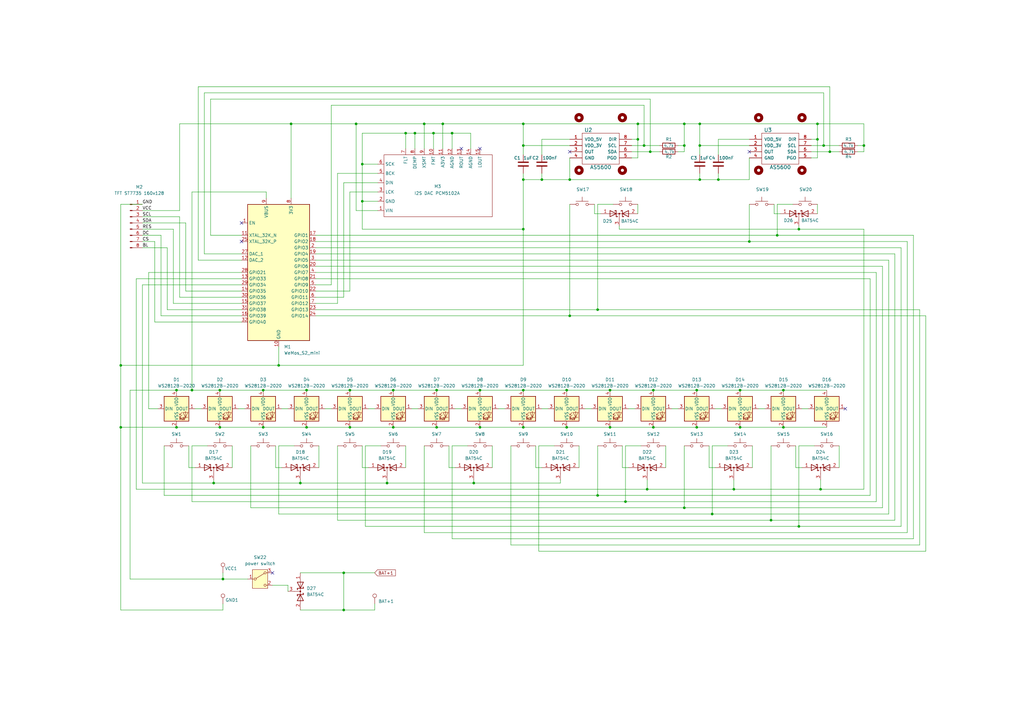
<source format=kicad_sch>
(kicad_sch (version 20231120) (generator "eeschema") (generator_version "8.0")
  (paper "A3")
  (junction (at 354.33 59.69))
  (junction (at 177.8 54.61))
  (junction (at 72.39 175.26))
  (junction (at 287.02 59.69))
  (junction (at 161.29 175.26))
  (junction (at 280.67 59.69))
  (junction (at 179.07 175.26))
  (junction (at 161.29 160.02))
  (junction (at 316.23 213.36))
  (junction (at 321.31 175.26))
  (junction (at 90.17 160.02))
  (junction (at 87.63 198.12))
  (junction (at 158.75 198.12))
  (junction (at 232.41 160.02))
  (junction (at 125.73 175.26))
  (junction (at 327.66 93.98))
  (junction (at 140.97 250.19))
  (junction (at 280.67 50.8))
  (junction (at 264.16 59.69))
  (junction (at 266.7 62.23))
  (junction (at 143.51 160.02))
  (junction (at 280.67 208.28))
  (junction (at 261.62 50.8))
  (junction (at 303.53 175.26))
  (junction (at 303.53 160.02))
  (junction (at 143.51 175.26))
  (junction (at 287.02 50.8))
  (junction (at 336.55 200.66))
  (junction (at 90.17 175.26))
  (junction (at 250.19 160.02))
  (junction (at 294.64 73.66))
  (junction (at 214.63 73.66))
  (junction (at 123.19 198.12))
  (junction (at 194.31 198.12))
  (junction (at 140.97 234.95))
  (junction (at 181.61 50.8))
  (junction (at 146.05 50.8))
  (junction (at 179.07 160.02))
  (junction (at 321.31 160.02))
  (junction (at 335.28 50.8))
  (junction (at 318.77 96.52))
  (junction (at 214.63 50.8))
  (junction (at 267.97 160.02))
  (junction (at 285.75 175.26))
  (junction (at 49.53 175.26))
  (junction (at 245.11 203.2))
  (junction (at 78.74 160.02))
  (junction (at 340.36 62.23))
  (junction (at 214.63 59.69))
  (junction (at 107.95 160.02))
  (junction (at 148.59 67.31))
  (junction (at 267.97 175.26))
  (junction (at 300.99 200.66))
  (junction (at 245.11 127))
  (junction (at 256.54 205.74))
  (junction (at 232.41 175.26))
  (junction (at 49.53 149.86))
  (junction (at 222.25 73.66))
  (junction (at 119.38 50.8))
  (junction (at 196.85 160.02))
  (junction (at 185.42 54.61))
  (junction (at 292.1 210.82))
  (junction (at 307.34 99.06))
  (junction (at 250.19 175.26))
  (junction (at 214.63 160.02))
  (junction (at 107.95 175.26))
  (junction (at 72.39 160.02))
  (junction (at 287.02 73.66))
  (junction (at 214.63 93.98))
  (junction (at 173.99 50.8))
  (junction (at 337.82 59.69))
  (junction (at 233.68 129.54))
  (junction (at 335.28 57.15))
  (junction (at 114.3 149.86))
  (junction (at 170.18 54.61))
  (junction (at 233.68 73.66))
  (junction (at 148.59 82.55))
  (junction (at 261.62 57.15))
  (junction (at 91.44 237.49))
  (junction (at 196.85 175.26))
  (junction (at 265.43 200.66))
  (junction (at 166.37 54.61))
  (junction (at 214.63 175.26))
  (junction (at 327.66 215.9))
  (junction (at 125.73 160.02))
  (junction (at 285.75 160.02))
  (no_connect (at 99.06 91.44))
  (no_connect (at 307.34 62.23))
  (no_connect (at 196.85 60.96))
  (no_connect (at 233.68 62.23))
  (no_connect (at 99.06 99.06))
  (no_connect (at 346.71 167.64))
  (no_connect (at 189.23 60.96))
  (no_connect (at 111.76 234.95))
  (wire (pts (xy 146.05 50.8) (xy 146.05 86.36)))
  (wire (pts (xy 290.83 182.88) (xy 290.83 191.77)))
  (wire (pts (xy 325.12 83.82) (xy 318.77 83.82)))
  (wire (pts (xy 140.97 250.19) (xy 153.67 250.19)))
  (wire (pts (xy 101.6 237.49) (xy 91.44 237.49)))
  (wire (pts (xy 177.8 60.96) (xy 177.8 54.61)))
  (wire (pts (xy 266.7 40.64) (xy 266.7 62.23)))
  (wire (pts (xy 114.3 182.88) (xy 114.3 210.82)))
  (wire (pts (xy 287.02 59.69) (xy 307.34 59.69)))
  (wire (pts (xy 219.71 182.88) (xy 219.71 191.77)))
  (wire (pts (xy 259.08 59.69) (xy 264.16 59.69)))
  (wire (pts (xy 135.89 43.18) (xy 264.16 43.18)))
  (wire (pts (xy 327.66 93.98) (xy 327.66 92.71)))
  (wire (pts (xy 335.28 57.15) (xy 335.28 64.77)))
  (wire (pts (xy 76.2 119.38) (xy 99.06 119.38)))
  (wire (pts (xy 214.63 149.86) (xy 114.3 149.86)))
  (wire (pts (xy 60.96 167.64) (xy 64.77 167.64)))
  (wire (pts (xy 379.73 129.54) (xy 379.73 226.06)))
  (wire (pts (xy 214.63 59.69) (xy 233.68 59.69)))
  (wire (pts (xy 243.84 87.63) (xy 246.38 87.63)))
  (wire (pts (xy 194.31 198.12) (xy 194.31 196.85)))
  (wire (pts (xy 95.25 182.88) (xy 95.25 191.77)))
  (wire (pts (xy 327.66 93.98) (xy 354.33 93.98)))
  (wire (pts (xy 58.42 83.82) (xy 49.53 83.82)))
  (wire (pts (xy 317.5 83.82) (xy 317.5 87.63)))
  (wire (pts (xy 307.34 64.77) (xy 307.34 73.66)))
  (wire (pts (xy 148.59 67.31) (xy 154.94 67.31)))
  (wire (pts (xy 196.85 175.26) (xy 214.63 175.26)))
  (wire (pts (xy 261.62 50.8) (xy 261.62 57.15)))
  (wire (pts (xy 58.42 91.44) (xy 76.2 91.44)))
  (wire (pts (xy 233.68 83.82) (xy 233.68 129.54)))
  (wire (pts (xy 327.66 182.88) (xy 327.66 215.9)))
  (wire (pts (xy 179.07 175.26) (xy 196.85 175.26)))
  (wire (pts (xy 58.42 198.12) (xy 58.42 116.84)))
  (wire (pts (xy 186.69 167.64) (xy 189.23 167.64)))
  (wire (pts (xy 181.61 50.8) (xy 181.61 60.96)))
  (wire (pts (xy 87.63 198.12) (xy 87.63 196.85)))
  (wire (pts (xy 77.47 191.77) (xy 77.47 182.88)))
  (wire (pts (xy 143.51 119.38) (xy 129.54 119.38)))
  (wire (pts (xy 321.31 160.02) (xy 339.09 160.02)))
  (wire (pts (xy 166.37 60.96) (xy 166.37 54.61)))
  (wire (pts (xy 78.74 182.88) (xy 85.09 182.88)))
  (wire (pts (xy 83.82 38.1) (xy 83.82 104.14)))
  (wire (pts (xy 214.63 50.8) (xy 214.63 59.69)))
  (wire (pts (xy 335.28 83.82) (xy 335.28 87.63)))
  (wire (pts (xy 264.16 43.18) (xy 264.16 59.69)))
  (wire (pts (xy 129.54 129.54) (xy 233.68 129.54)))
  (wire (pts (xy 327.66 215.9) (xy 369.57 215.9)))
  (wire (pts (xy 138.43 71.12) (xy 154.94 71.12)))
  (wire (pts (xy 99.06 111.76) (xy 60.96 111.76)))
  (wire (pts (xy 151.13 167.64) (xy 153.67 167.64)))
  (wire (pts (xy 184.15 182.88) (xy 184.15 191.77)))
  (wire (pts (xy 307.34 99.06) (xy 372.11 99.06)))
  (wire (pts (xy 173.99 218.44) (xy 173.99 182.88)))
  (wire (pts (xy 87.63 198.12) (xy 58.42 198.12)))
  (wire (pts (xy 232.41 160.02) (xy 250.19 160.02)))
  (wire (pts (xy 261.62 57.15) (xy 261.62 64.77)))
  (wire (pts (xy 227.33 182.88) (xy 220.98 182.88)))
  (wire (pts (xy 354.33 59.69) (xy 354.33 50.8)))
  (wire (pts (xy 119.38 50.8) (xy 146.05 50.8)))
  (wire (pts (xy 222.25 73.66) (xy 214.63 73.66)))
  (wire (pts (xy 232.41 175.26) (xy 250.19 175.26)))
  (wire (pts (xy 49.53 149.86) (xy 114.3 149.86)))
  (wire (pts (xy 115.57 167.64) (xy 118.11 167.64)))
  (wire (pts (xy 55.88 200.66) (xy 265.43 200.66)))
  (wire (pts (xy 109.22 78.74) (xy 109.22 81.28)))
  (wire (pts (xy 250.19 160.02) (xy 267.97 160.02)))
  (wire (pts (xy 280.67 208.28) (xy 361.95 208.28)))
  (wire (pts (xy 280.67 182.88) (xy 280.67 208.28)))
  (wire (pts (xy 265.43 200.66) (xy 300.99 200.66)))
  (wire (pts (xy 233.68 73.66) (xy 287.02 73.66)))
  (wire (pts (xy 58.42 99.06) (xy 63.5 99.06)))
  (wire (pts (xy 83.82 38.1) (xy 337.82 38.1)))
  (wire (pts (xy 87.63 198.12) (xy 123.19 198.12)))
  (wire (pts (xy 326.39 191.77) (xy 328.93 191.77)))
  (wire (pts (xy 267.97 160.02) (xy 285.75 160.02)))
  (wire (pts (xy 58.42 93.98) (xy 71.12 93.98)))
  (wire (pts (xy 222.25 57.15) (xy 222.25 63.5)))
  (wire (pts (xy 148.59 82.55) (xy 154.94 82.55)))
  (wire (pts (xy 91.44 237.49) (xy 53.34 237.49)))
  (wire (pts (xy 372.11 99.06) (xy 372.11 218.44)))
  (wire (pts (xy 158.75 198.12) (xy 158.75 196.85)))
  (wire (pts (xy 143.51 160.02) (xy 161.29 160.02)))
  (wire (pts (xy 49.53 83.82) (xy 49.53 149.86)))
  (wire (pts (xy 307.34 73.66) (xy 294.64 73.66)))
  (wire (pts (xy 237.49 182.88) (xy 237.49 191.77)))
  (wire (pts (xy 262.89 182.88) (xy 256.54 182.88)))
  (wire (pts (xy 332.74 57.15) (xy 335.28 57.15)))
  (wire (pts (xy 67.31 182.88) (xy 67.31 203.2)))
  (wire (pts (xy 245.11 182.88) (xy 245.11 203.2)))
  (wire (pts (xy 129.54 109.22) (xy 361.95 109.22)))
  (wire (pts (xy 125.73 175.26) (xy 143.51 175.26)))
  (wire (pts (xy 316.23 182.88) (xy 316.23 213.36)))
  (wire (pts (xy 300.99 196.85) (xy 300.99 200.66)))
  (wire (pts (xy 78.74 78.74) (xy 109.22 78.74)))
  (wire (pts (xy 185.42 182.88) (xy 191.77 182.88)))
  (wire (pts (xy 129.54 106.68) (xy 364.49 106.68)))
  (wire (pts (xy 125.73 160.02) (xy 143.51 160.02)))
  (wire (pts (xy 78.74 182.88) (xy 78.74 205.74)))
  (wire (pts (xy 318.77 96.52) (xy 374.65 96.52)))
  (wire (pts (xy 53.34 237.49) (xy 53.34 160.02)))
  (wire (pts (xy 273.05 182.88) (xy 273.05 191.77)))
  (wire (pts (xy 73.66 121.92) (xy 73.66 88.9)))
  (wire (pts (xy 72.39 175.26) (xy 90.17 175.26)))
  (wire (pts (xy 332.74 64.77) (xy 335.28 64.77)))
  (wire (pts (xy 49.53 149.86) (xy 49.53 175.26)))
  (wire (pts (xy 214.63 73.66) (xy 214.63 93.98)))
  (wire (pts (xy 351.79 62.23) (xy 354.33 62.23)))
  (wire (pts (xy 359.41 205.74) (xy 359.41 111.76)))
  (wire (pts (xy 118.11 242.57) (xy 118.11 240.03)))
  (wire (pts (xy 115.57 191.77) (xy 113.03 191.77)))
  (wire (pts (xy 135.89 43.18) (xy 135.89 116.84)))
  (wire (pts (xy 81.28 35.56) (xy 81.28 106.68)))
  (wire (pts (xy 63.5 99.06) (xy 63.5 132.08)))
  (wire (pts (xy 287.02 50.8) (xy 335.28 50.8)))
  (wire (pts (xy 229.87 196.85) (xy 229.87 198.12)))
  (wire (pts (xy 173.99 50.8) (xy 181.61 50.8)))
  (wire (pts (xy 81.28 35.56) (xy 340.36 35.56)))
  (wire (pts (xy 280.67 50.8) (xy 287.02 50.8)))
  (wire (pts (xy 340.36 62.23) (xy 344.17 62.23)))
  (wire (pts (xy 114.3 182.88) (xy 120.65 182.88)))
  (wire (pts (xy 340.36 35.56) (xy 340.36 62.23)))
  (wire (pts (xy 161.29 160.02) (xy 179.07 160.02)))
  (wire (pts (xy 332.74 59.69) (xy 337.82 59.69)))
  (wire (pts (xy 278.13 62.23) (xy 280.67 62.23)))
  (wire (pts (xy 222.25 167.64) (xy 224.79 167.64)))
  (wire (pts (xy 72.39 160.02) (xy 78.74 160.02)))
  (wire (pts (xy 68.58 127) (xy 68.58 101.6)))
  (wire (pts (xy 138.43 213.36) (xy 316.23 213.36)))
  (wire (pts (xy 290.83 191.77) (xy 293.37 191.77)))
  (wire (pts (xy 335.28 50.8) (xy 335.28 57.15)))
  (wire (pts (xy 53.34 160.02) (xy 72.39 160.02)))
  (wire (pts (xy 214.63 93.98) (xy 214.63 149.86)))
  (wire (pts (xy 307.34 83.82) (xy 307.34 99.06)))
  (wire (pts (xy 90.17 160.02) (xy 107.95 160.02)))
  (wire (pts (xy 184.15 191.77) (xy 186.69 191.77)))
  (wire (pts (xy 73.66 121.92) (xy 99.06 121.92)))
  (wire (pts (xy 185.42 220.98) (xy 374.65 220.98)))
  (wire (pts (xy 214.63 71.12) (xy 214.63 73.66)))
  (wire (pts (xy 278.13 59.69) (xy 280.67 59.69)))
  (wire (pts (xy 259.08 64.77) (xy 261.62 64.77)))
  (wire (pts (xy 67.31 203.2) (xy 245.11 203.2)))
  (wire (pts (xy 133.35 167.64) (xy 135.89 167.64)))
  (wire (pts (xy 49.53 250.19) (xy 91.44 250.19)))
  (wire (pts (xy 107.95 175.26) (xy 125.73 175.26)))
  (wire (pts (xy 123.19 250.19) (xy 140.97 250.19)))
  (wire (pts (xy 66.04 129.54) (xy 99.06 129.54)))
  (wire (pts (xy 214.63 50.8) (xy 261.62 50.8)))
  (wire (pts (xy 245.11 127) (xy 377.19 127)))
  (wire (pts (xy 287.02 50.8) (xy 287.02 59.69)))
  (wire (pts (xy 222.25 73.66) (xy 233.68 73.66)))
  (wire (pts (xy 336.55 196.85) (xy 336.55 200.66)))
  (wire (pts (xy 229.87 198.12) (xy 194.31 198.12)))
  (wire (pts (xy 250.19 175.26) (xy 267.97 175.26)))
  (wire (pts (xy 287.02 73.66) (xy 287.02 71.12)))
  (wire (pts (xy 328.93 167.64) (xy 331.47 167.64)))
  (wire (pts (xy 129.54 104.14) (xy 367.03 104.14)))
  (wire (pts (xy 49.53 175.26) (xy 49.53 250.19)))
  (wire (pts (xy 102.87 208.28) (xy 102.87 182.88)))
  (wire (pts (xy 220.98 226.06) (xy 220.98 182.88)))
  (wire (pts (xy 55.88 114.3) (xy 55.88 200.66)))
  (wire (pts (xy 261.62 83.82) (xy 261.62 87.63)))
  (wire (pts (xy 256.54 182.88) (xy 256.54 205.74)))
  (wire (pts (xy 354.33 62.23) (xy 354.33 59.69)))
  (wire (pts (xy 80.01 167.64) (xy 82.55 167.64)))
  (wire (pts (xy 83.82 104.14) (xy 99.06 104.14)))
  (wire (pts (xy 58.42 116.84) (xy 99.06 116.84)))
  (wire (pts (xy 300.99 200.66) (xy 336.55 200.66)))
  (wire (pts (xy 140.97 234.95) (xy 153.67 234.95)))
  (wire (pts (xy 364.49 210.82) (xy 364.49 106.68)))
  (wire (pts (xy 285.75 160.02) (xy 303.53 160.02)))
  (wire (pts (xy 138.43 213.36) (xy 138.43 182.88)))
  (wire (pts (xy 294.64 73.66) (xy 294.64 71.12)))
  (wire (pts (xy 140.97 234.95) (xy 140.97 250.19)))
  (wire (pts (xy 80.01 191.77) (xy 77.47 191.77)))
  (wire (pts (xy 185.42 182.88) (xy 185.42 220.98)))
  (wire (pts (xy 166.37 54.61) (xy 170.18 54.61)))
  (wire (pts (xy 344.17 182.88) (xy 344.17 191.77)))
  (wire (pts (xy 280.67 62.23) (xy 280.67 59.69)))
  (wire (pts (xy 336.55 200.66) (xy 354.33 200.66)))
  (wire (pts (xy 379.73 226.06) (xy 220.98 226.06)))
  (wire (pts (xy 158.75 198.12) (xy 194.31 198.12)))
  (wire (pts (xy 86.36 40.64) (xy 86.36 96.52)))
  (wire (pts (xy 78.74 78.74) (xy 78.74 160.02)))
  (wire (pts (xy 173.99 218.44) (xy 372.11 218.44)))
  (wire (pts (xy 251.46 83.82) (xy 245.11 83.82)))
  (wire (pts (xy 90.17 175.26) (xy 107.95 175.26)))
  (wire (pts (xy 119.38 50.8) (xy 119.38 81.28)))
  (wire (pts (xy 143.51 175.26) (xy 161.29 175.26)))
  (wire (pts (xy 321.31 175.26) (xy 339.09 175.26)))
  (wire (pts (xy 337.82 59.69) (xy 344.17 59.69)))
  (wire (pts (xy 377.19 223.52) (xy 209.55 223.52)))
  (wire (pts (xy 148.59 82.55) (xy 148.59 93.98)))
  (wire (pts (xy 170.18 54.61) (xy 177.8 54.61)))
  (wire (pts (xy 303.53 160.02) (xy 321.31 160.02)))
  (wire (pts (xy 334.01 182.88) (xy 327.66 182.88)))
  (wire (pts (xy 292.1 210.82) (xy 364.49 210.82)))
  (wire (pts (xy 259.08 57.15) (xy 261.62 57.15)))
  (wire (pts (xy 123.19 234.95) (xy 140.97 234.95)))
  (wire (pts (xy 337.82 38.1) (xy 337.82 59.69)))
  (wire (pts (xy 148.59 182.88) (xy 148.59 191.77)))
  (wire (pts (xy 335.28 50.8) (xy 354.33 50.8)))
  (wire (pts (xy 102.87 208.28) (xy 280.67 208.28)))
  (wire (pts (xy 367.03 104.14) (xy 367.03 213.36)))
  (wire (pts (xy 374.65 220.98) (xy 374.65 96.52)))
  (wire (pts (xy 287.02 63.5) (xy 287.02 59.69)))
  (wire (pts (xy 114.3 210.82) (xy 292.1 210.82)))
  (wire (pts (xy 140.97 74.93) (xy 154.94 74.93)))
  (wire (pts (xy 377.19 127) (xy 377.19 223.52)))
  (wire (pts (xy 86.36 40.64) (xy 266.7 40.64)))
  (wire (pts (xy 129.54 127) (xy 245.11 127)))
  (wire (pts (xy 266.7 62.23) (xy 259.08 62.23)))
  (wire (pts (xy 318.77 96.52) (xy 129.54 96.52)))
  (wire (pts (xy 148.59 191.77) (xy 151.13 191.77)))
  (wire (pts (xy 292.1 182.88) (xy 292.1 210.82)))
  (wire (pts (xy 354.33 200.66) (xy 354.33 93.98)))
  (wire (pts (xy 148.59 93.98) (xy 214.63 93.98)))
  (wire (pts (xy 49.53 175.26) (xy 72.39 175.26)))
  (wire (pts (xy 123.19 198.12) (xy 158.75 198.12)))
  (wire (pts (xy 308.61 182.88) (xy 308.61 191.77)))
  (wire (pts (xy 78.74 205.74) (xy 256.54 205.74)))
  (wire (pts (xy 201.93 182.88) (xy 201.93 191.77)))
  (wire (pts (xy 280.67 59.69) (xy 280.67 50.8)))
  (wire (pts (xy 143.51 78.74) (xy 154.94 78.74)))
  (wire (pts (xy 233.68 129.54) (xy 379.73 129.54)))
  (wire (pts (xy 256.54 205.74) (xy 359.41 205.74)))
  (wire (pts (xy 222.25 57.15) (xy 233.68 57.15)))
  (wire (pts (xy 233.68 64.77) (xy 233.68 73.66)))
  (wire (pts (xy 293.37 167.64) (xy 295.91 167.64)))
  (wire (pts (xy 214.63 63.5) (xy 214.63 59.69)))
  (wire (pts (xy 303.53 175.26) (xy 321.31 175.26)))
  (wire (pts (xy 146.05 86.36) (xy 154.94 86.36)))
  (wire (pts (xy 143.51 78.74) (xy 143.51 119.38)))
  (wire (pts (xy 153.67 247.65) (xy 153.67 250.19)))
  (wire (pts (xy 63.5 132.08) (xy 99.06 132.08)))
  (wire (pts (xy 149.86 182.88) (xy 149.86 215.9)))
  (wire (pts (xy 68.58 101.6) (xy 58.42 101.6)))
  (wire (pts (xy 287.02 73.66) (xy 294.64 73.66)))
  (wire (pts (xy 219.71 191.77) (xy 222.25 191.77)))
  (wire (pts (xy 254 93.98) (xy 327.66 93.98)))
  (wire (pts (xy 130.81 182.88) (xy 130.81 191.77)))
  (wire (pts (xy 356.87 114.3) (xy 356.87 203.2)))
  (wire (pts (xy 129.54 99.06) (xy 307.34 99.06)))
  (wire (pts (xy 166.37 182.88) (xy 166.37 191.77)))
  (wire (pts (xy 99.06 127) (xy 68.58 127)))
  (wire (pts (xy 255.27 191.77) (xy 257.81 191.77)))
  (wire (pts (xy 73.66 88.9) (xy 58.42 88.9)))
  (wire (pts (xy 73.66 50.8) (xy 119.38 50.8)))
  (wire (pts (xy 222.25 73.66) (xy 222.25 71.12)))
  (wire (pts (xy 138.43 71.12) (xy 138.43 124.46)))
  (wire (pts (xy 255.27 182.88) (xy 255.27 191.77)))
  (wire (pts (xy 298.45 182.88) (xy 292.1 182.88)))
  (wire (pts (xy 316.23 213.36) (xy 367.03 213.36)))
  (wire (pts (xy 285.75 175.26) (xy 303.53 175.26)))
  (wire (pts (xy 173.99 50.8) (xy 173.99 60.96)))
  (wire (pts (xy 214.63 160.02) (xy 232.41 160.02)))
  (wire (pts (xy 129.54 101.6) (xy 369.57 101.6)))
  (wire (pts (xy 148.59 54.61) (xy 148.59 67.31)))
  (wire (pts (xy 265.43 196.85) (xy 265.43 200.66)))
  (wire (pts (xy 193.04 60.96) (xy 193.04 54.61)))
  (wire (pts (xy 156.21 182.88) (xy 149.86 182.88)))
  (wire (pts (xy 318.77 83.82) (xy 318.77 96.52)))
  (wire (pts (xy 257.81 167.64) (xy 260.35 167.64)))
  (wire (pts (xy 140.97 121.92) (xy 129.54 121.92)))
  (wire (pts (xy 185.42 60.96) (xy 185.42 54.61)))
  (wire (pts (xy 76.2 91.44) (xy 76.2 119.38)))
  (wire (pts (xy 149.86 215.9) (xy 327.66 215.9)))
  (wire (pts (xy 123.19 198.12) (xy 123.19 196.85)))
  (wire (pts (xy 86.36 96.52) (xy 99.06 96.52)))
  (wire (pts (xy 193.04 54.61) (xy 185.42 54.61)))
  (wire (pts (xy 161.29 175.26) (xy 179.07 175.26)))
  (wire (pts (xy 326.39 182.88) (xy 326.39 191.77)))
  (wire (pts (xy 118.11 240.03) (xy 111.76 240.03)))
  (wire (pts (xy 317.5 87.63) (xy 320.04 87.63)))
  (wire (pts (xy 245.11 83.82) (xy 245.11 127)))
  (wire (pts (xy 245.11 203.2) (xy 356.87 203.2)))
  (wire (pts (xy 214.63 175.26) (xy 232.41 175.26)))
  (wire (pts (xy 179.07 160.02) (xy 196.85 160.02)))
  (wire (pts (xy 60.96 111.76) (xy 60.96 167.64)))
  (wire (pts (xy 58.42 96.52) (xy 66.04 96.52)))
  (wire (pts (xy 254 92.71) (xy 254 93.98)))
  (wire (pts (xy 332.74 62.23) (xy 340.36 62.23)))
  (wire (pts (xy 351.79 59.69) (xy 354.33 59.69)))
  (wire (pts (xy 168.91 167.64) (xy 171.45 167.64)))
  (wire (pts (xy 267.97 175.26) (xy 285.75 175.26)))
  (wire (pts (xy 91.44 237.49) (xy 91.44 234.95)))
  (wire (pts (xy 294.64 57.15) (xy 307.34 57.15)))
  (wire (pts (xy 185.42 54.61) (xy 177.8 54.61)))
  (wire (pts (xy 99.06 114.3) (xy 55.88 114.3)))
  (wire (pts (xy 81.28 106.68) (xy 99.06 106.68)))
  (wire (pts (xy 148.59 67.31) (xy 148.59 82.55)))
  (wire (pts (xy 204.47 167.64) (xy 207.01 167.64)))
  (wire (pts (xy 91.44 247.65) (xy 91.44 250.19)))
  (wire (pts (xy 170.18 60.96) (xy 170.18 54.61)))
  (wire (pts (xy 146.05 50.8) (xy 173.99 50.8)))
  (wire (pts (xy 107.95 160.02) (xy 125.73 160.02)))
  (wire (pts (xy 243.84 83.82) (xy 243.84 87.63)))
  (wire (pts (xy 138.43 124.46) (xy 129.54 124.46)))
  (wire (pts (xy 113.03 191.77) (xy 113.03 182.88)))
  (wire (pts (xy 240.03 167.64) (xy 242.57 167.64)))
  (wire (pts (xy 73.66 86.36) (xy 58.42 86.36)))
  (wire (pts (xy 359.41 111.76) (xy 129.54 111.76)))
  (wire (pts (xy 71.12 124.46) (xy 99.06 124.46)))
  (wire (pts (xy 181.61 50.8) (xy 214.63 50.8)))
  (wire (pts (xy 294.64 57.15) (xy 294.64 63.5)))
  (wire (pts (xy 71.12 93.98) (xy 71.12 124.46)))
  (wire (pts (xy 311.15 167.64) (xy 313.69 167.64)))
  (wire (pts (xy 270.51 62.23) (xy 266.7 62.23)))
  (wire (pts (xy 369.57 215.9) (xy 369.57 101.6)))
  (wire (pts (xy 78.74 160.02) (xy 90.17 160.02)))
  (wire (pts (xy 361.95 109.22) (xy 361.95 208.28)))
  (wire (pts (xy 73.66 50.8) (xy 73.66 86.36)))
  (wire (pts (xy 261.62 50.8) (xy 280.67 50.8)))
  (wire (pts (xy 97.79 167.64) (xy 100.33 167.64)))
  (wire (pts (xy 264.16 59.69) (xy 270.51 59.69)))
  (wire (pts (xy 114.3 149.86) (xy 114.3 142.24)))
  (wire (pts (xy 275.59 167.64) (xy 278.13 167.64)))
  (wire (pts (xy 140.97 74.93) (xy 140.97 121.92)))
  (wire (pts (xy 166.37 54.61) (xy 148.59 54.61)))
  (wire (pts (xy 209.55 223.52) (xy 209.55 182.88)))
  (wire (pts (xy 66.04 96.52) (xy 66.04 129.54)))
  (wire (pts (xy 356.87 114.3) (xy 129.54 114.3)))
  (wire (pts (xy 135.89 116.84) (xy 129.54 116.84)))
  (wire (pts (xy 196.85 160.02) (xy 214.63 160.02)))
  (label "RES" (at 58.42 93.98 0))
  (label "DC" (at 58.42 96.52 0))
  (label "SDA" (at 58.42 91.44 0))
  (label "SCL" (at 58.42 88.9 0))
  (label "GND" (at 58.42 83.82 0))
  (label "BL" (at 58.42 101.6 0))
  (label "VCC" (at 58.42 86.36 0))
  (label "CS" (at 58.42 99.06 0))
  (global_label "BAT+1" (shape input) (at 153.67 234.95 0) (property "Intersheetrefs" "${INTERSHEET_REFS}" (effects (hide yes))))
  (symbol (lib_id "LED:WS2812B-2020") (at 90.17 167.64 0) (unit 1)
    (property "Reference" "D2" (at 90.17 155.702 0))
    (property "Value" "WS2812B-2020" (at 90.17 158.242 0))
    (property "Footprint" "lib:LED_WS2812B-2020_PLCC4_2.0x2.0mm" (effects (hide yes)))
    (property "Datasheet" "https://cdn-shop.adafruit.com/product-files/4684/4684_WS2812B-2020_V1.3_EN.pdf" (effects (hide yes)))
    (property "Description" "RGB LED with integrated controller, 2.0 x 2.0 mm, 12 mA" (effects (hide yes)))
  )
  (symbol (lib_id "Mechanical:MountingHole") (at 255.27 48.26 0) (unit 1) (exclude_from_sim yes) (in_bom no)
    (property "Reference" "H4" (effects (hide yes)))
    (property "Value" "MountingHole" (effects (hide yes)))
    (property "Footprint" "lib:MountingHole_2mm" (effects (hide yes)))
    (property "Description" "Mounting Hole without connection" (effects (hide yes)))
  )
  (symbol (lib_id "Connector:TestPoint") (at 91.44 247.65 0) (unit 1)
    (property "Reference" "GND1" (at 92.456 246.126 0) (effects (justify left)))
    (property "Value" "Conn_01x01_Female" (effects (hide yes)))
    (property "Footprint" "TestPoint:TestPoint_THTPad_2.5x2.5mm_Drill1.2mm" (effects (hide yes)))
    (property "Description" "test point" (effects (hide yes)))
  )
  (symbol (lib_id "Device:D_Schottky_Dual_CommonCathode_AAK") (at 300.99 191.77 0) (unit 1)
    (property "Reference" "D23" (at 300.99 185.42 0))
    (property "Value" "BAT54C" (at 300.99 187.96 0))
    (property "Footprint" "lib:TSOT-23" (effects (hide yes)))
    (property "Description" "Dual Schottky diode, common cathode on pin 3" (effects (hide yes)))
  )
  (symbol (lib_id "Device:C") (at 287.02 67.31 0) (unit 1)
    (property "Reference" "C3" (at 283.21 64.77 0) (effects (justify left)))
    (property "Value" "1uF" (at 287.02 64.77 0) (effects (justify left)))
    (property "Footprint" "Capacitor_SMD:C_0603_1608Metric_Pad1.08x0.95mm_HandSolder" (effects (hide yes)))
  )
  (symbol (lib_id "AS5600:AS5600") (at 316.23 60.96 0) (unit 1)
    (property "Reference" "U3" (at 314.96 53.34 0) (effects (font (size 1.524 1.524))))
    (property "Value" "AS5600" (at 320.04 68.58 0) (effects (font (size 1.524 1.524))))
    (property "Footprint" "Package_SO:SOIC-8_3.9x4.9mm_P1.27mm" (effects (hide yes)))
    (property "Manufacturer Part Number" "AS5600-ASOM" (effects (hide yes)))
  )
  (symbol (lib_id "LED:WS2812B-2020") (at 143.51 167.64 0) (unit 1)
    (property "Reference" "D5" (at 143.51 155.702 0))
    (property "Value" "WS2812B-2020" (at 143.51 158.242 0))
    (property "Footprint" "lib:LED_WS2812B-2020_PLCC4_2.0x2.0mm" (effects (hide yes)))
    (property "Datasheet" "https://cdn-shop.adafruit.com/product-files/4684/4684_WS2812B-2020_V1.3_EN.pdf" (effects (hide yes)))
    (property "Description" "RGB LED with integrated controller, 2.0 x 2.0 mm, 12 mA" (effects (hide yes)))
  )
  (symbol (lib_id "Mechanical:MountingHole") (at 311.15 48.26 0) (unit 1) (exclude_from_sim yes) (in_bom no)
    (property "Reference" "H7" (effects (hide yes)))
    (property "Value" "MountingHole" (effects (hide yes)))
    (property "Footprint" "lib:MountingHole_2mm" (effects (hide yes)))
    (property "Description" "Mounting Hole without connection" (effects (hide yes)))
  )
  (symbol (lib_id "Switch:SW_Omron_B3FS") (at 330.2 83.82 0) (unit 1)
    (property "Reference" "SW20" (at 330.454 77.724 0))
    (property "Value" "SW_Omron_B3FS" (effects (hide yes)))
    (property "Footprint" "lib:SW_Push_SPST_NO_Alps_SKRK" (effects (hide yes)))
    (property "Datasheet" "https://omronfs.omron.com/en_US/ecb/products/pdf/en-b3fs.pdf" (effects (hide yes)))
    (property "Description" "Omron B3FS 6x6mm single pole normally-open tactile switch" (effects (hide yes)))
  )
  (symbol (lib_id "LED:WS2812B-2020") (at 161.29 167.64 0) (unit 1)
    (property "Reference" "D6" (at 161.29 155.702 0))
    (property "Value" "WS2812B-2020" (at 161.29 158.242 0))
    (property "Footprint" "lib:LED_WS2812B-2020_PLCC4_2.0x2.0mm" (effects (hide yes)))
    (property "Datasheet" "https://cdn-shop.adafruit.com/product-files/4684/4684_WS2812B-2020_V1.3_EN.pdf" (effects (hide yes)))
    (property "Description" "RGB LED with integrated controller, 2.0 x 2.0 mm, 12 mA" (effects (hide yes)))
  )
  (symbol (lib_id "Device:D_Schottky_Dual_CommonCathode_AAK") (at 158.75 191.77 0) (unit 1)
    (property "Reference" "D19" (at 158.75 185.42 0))
    (property "Value" "BAT54C" (at 158.75 187.96 0))
    (property "Footprint" "lib:TSOT-23" (effects (hide yes)))
    (property "Description" "Dual Schottky diode, common cathode on pin 3" (effects (hide yes)))
  )
  (symbol (lib_id "Mechanical:MountingHole") (at 328.93 69.85 0) (unit 1) (exclude_from_sim yes) (in_bom no)
    (property "Reference" "H6" (effects (hide yes)))
    (property "Value" "MountingHole" (effects (hide yes)))
    (property "Footprint" "lib:MountingHole_2mm" (effects (hide yes)))
    (property "Description" "Mounting Hole without connection" (effects (hide yes)))
  )
  (symbol (lib_id "Device:D_Schottky_Dual_CommonCathode_AAK") (at 336.55 191.77 0) (unit 1)
    (property "Reference" "D24" (at 336.55 185.42 0))
    (property "Value" "BAT54C" (at 336.55 187.96 0))
    (property "Footprint" "lib:TSOT-23" (effects (hide yes)))
    (property "Description" "Dual Schottky diode, common cathode on pin 3" (effects (hide yes)))
  )
  (symbol (lib_id "Device:C") (at 214.63 67.31 0) (unit 1)
    (property "Reference" "C1" (at 210.82 64.77 0) (effects (justify left)))
    (property "Value" "1uF" (at 214.63 64.77 0) (effects (justify left)))
    (property "Footprint" "Capacitor_SMD:C_0603_1608Metric_Pad1.08x0.95mm_HandSolder" (effects (hide yes)))
  )
  (symbol (lib_id "Mechanical:MountingHole") (at 328.93 48.26 0) (unit 1) (exclude_from_sim yes) (in_bom no)
    (property "Reference" "H8" (effects (hide yes)))
    (property "Value" "MountingHole" (effects (hide yes)))
    (property "Footprint" "lib:MountingHole_2mm" (effects (hide yes)))
    (property "Description" "Mounting Hole without connection" (effects (hide yes)))
  )
  (symbol (lib_id "Switch:SW_Omron_B3FS") (at 107.95 182.88 0) (unit 1)
    (property "Reference" "SW3" (at 107.95 178.054 0))
    (property "Value" "SW_Omron_B3FS" (effects (hide yes)))
    (property "Footprint" "lib:switch_mouse_kailh_6x6" (effects (hide yes)))
    (property "Datasheet" "https://omronfs.omron.com/en_US/ecb/products/pdf/en-b3fs.pdf" (effects (hide yes)))
    (property "Description" "Omron B3FS 6x6mm single pole normally-open tactile switch" (effects (hide yes)))
  )
  (symbol (lib_id "Mechanical:MountingHole") (at 255.27 69.85 0) (unit 1) (exclude_from_sim yes) (in_bom no)
    (property "Reference" "H2" (effects (hide yes)))
    (property "Value" "MountingHole" (effects (hide yes)))
    (property "Footprint" "lib:MountingHole_2mm" (effects (hide yes)))
    (property "Description" "Mounting Hole without connection" (effects (hide yes)))
  )
  (symbol (lib_id "Device:D_Schottky_Dual_CommonCathode_AAK") (at 123.19 242.57 270) (unit 1)
    (property "Reference" "D27" (at 125.73 241.2999 90) (effects (justify left)))
    (property "Value" "BAT54C" (at 125.73 243.8399 90) (effects (justify left)))
    (property "Footprint" "lib:TSOT-23" (effects (hide yes)))
    (property "Description" "Dual Schottky diode, common cathode on pin 3" (effects (hide yes)))
  )
  (symbol (lib_id "Mechanical:MountingHole") (at 237.49 48.26 0) (unit 1) (exclude_from_sim yes) (in_bom no)
    (property "Reference" "H3" (effects (hide yes)))
    (property "Value" "MountingHole" (effects (hide yes)))
    (property "Footprint" "lib:MountingHole_2mm" (effects (hide yes)))
    (property "Description" "Mounting Hole without connection" (effects (hide yes)))
  )
  (symbol (lib_id "Connector:TestPoint") (at 153.67 247.65 0) (unit 1)
    (property "Reference" "BAT+1" (at 155.194 246.634 0) (effects (justify left)))
    (property "Value" "Conn_01x01_Female" (effects (hide yes)))
    (property "Footprint" "TestPoint:TestPoint_THTPad_2.5x2.5mm_Drill1.2mm" (effects (hide yes)))
    (property "Description" "test point" (effects (hide yes)))
  )
  (symbol (lib_id "Device:D_Schottky_Dual_CommonCathode_AAK") (at 327.66 87.63 0) (unit 1)
    (property "Reference" "D26" (at 323.342 90.424 0))
    (property "Value" "BAT54C" (at 332.232 90.424 0))
    (property "Footprint" "lib:TSOT-23" (effects (hide yes)))
    (property "Description" "Dual Schottky diode, common cathode on pin 3" (effects (hide yes)))
  )
  (symbol (lib_id "Switch:SW_Omron_B3FS") (at 238.76 83.82 0) (unit 1)
    (property "Reference" "SW17" (at 239.014 77.724 0))
    (property "Value" "SW_Omron_B3FS" (effects (hide yes)))
    (property "Footprint" "lib:SW_Push_SPST_NO_Alps_SKRK" (effects (hide yes)))
    (property "Datasheet" "https://omronfs.omron.com/en_US/ecb/products/pdf/en-b3fs.pdf" (effects (hide yes)))
    (property "Description" "Omron B3FS 6x6mm single pole normally-open tactile switch" (effects (hide yes)))
  )
  (symbol (lib_id "LED:WS2812B-2020") (at 267.97 167.64 0) (unit 1)
    (property "Reference" "D12" (at 267.97 155.702 0))
    (property "Value" "WS2812B-2020" (at 267.97 158.242 0))
    (property "Footprint" "lib:LED_WS2812B-2020_PLCC4_2.0x2.0mm" (effects (hide yes)))
    (property "Datasheet" "https://cdn-shop.adafruit.com/product-files/4684/4684_WS2812B-2020_V1.3_EN.pdf" (effects (hide yes)))
    (property "Description" "RGB LED with integrated controller, 2.0 x 2.0 mm, 12 mA" (effects (hide yes)))
  )
  (symbol (lib_id "Switch:SW_Omron_B3FS") (at 161.29 182.88 0) (unit 1)
    (property "Reference" "SW6" (at 161.29 178.054 0))
    (property "Value" "SW_Omron_B3FS" (effects (hide yes)))
    (property "Footprint" "lib:switch_mouse_kailh_6x6" (effects (hide yes)))
    (property "Datasheet" "https://omronfs.omron.com/en_US/ecb/products/pdf/en-b3fs.pdf" (effects (hide yes)))
    (property "Description" "Omron B3FS 6x6mm single pole normally-open tactile switch" (effects (hide yes)))
  )
  (symbol (lib_id "LED:WS2812B-2020") (at 196.85 167.64 0) (unit 1)
    (property "Reference" "D8" (at 196.85 155.702 0))
    (property "Value" "WS2812B-2020" (at 196.85 158.242 0))
    (property "Footprint" "lib:LED_WS2812B-2020_PLCC4_2.0x2.0mm" (effects (hide yes)))
    (property "Datasheet" "https://cdn-shop.adafruit.com/product-files/4684/4684_WS2812B-2020_V1.3_EN.pdf" (effects (hide yes)))
    (property "Description" "RGB LED with integrated controller, 2.0 x 2.0 mm, 12 mA" (effects (hide yes)))
  )
  (symbol (lib_id "Device:R") (at 274.32 59.69 270) (unit 1)
    (property "Reference" "R1" (at 274.32 57.15 90))
    (property "Value" "4.7k" (at 274.32 59.69 90))
    (property "Footprint" "Resistor_SMD:R_0603_1608Metric_Pad0.98x0.95mm_HandSolder" (effects (hide yes)))
  )
  (symbol (lib_id "Switch:SW_Omron_B3FS") (at 125.73 182.88 0) (unit 1)
    (property "Reference" "SW4" (at 125.73 178.054 0))
    (property "Value" "SW_Omron_B3FS" (effects (hide yes)))
    (property "Footprint" "lib:switch_mouse_kailh_6x6" (effects (hide yes)))
    (property "Datasheet" "https://omronfs.omron.com/en_US/ecb/products/pdf/en-b3fs.pdf" (effects (hide yes)))
    (property "Description" "Omron B3FS 6x6mm single pole normally-open tactile switch" (effects (hide yes)))
  )
  (symbol (lib_id "Device:C") (at 294.64 67.31 180) (unit 1)
    (property "Reference" "C4" (at 293.37 64.77 0) (effects (justify left)))
    (property "Value" "100nF" (at 300.99 64.77 0) (effects (justify left)))
    (property "Footprint" "Capacitor_SMD:C_0603_1608Metric_Pad1.08x0.95mm_HandSolder" (effects (hide yes)))
  )
  (symbol (lib_id "LED:WS2812B-2020") (at 72.39 167.64 0) (unit 1)
    (property "Reference" "D1" (at 72.39 155.702 0))
    (property "Value" "WS2812B-2020" (at 72.39 158.242 0))
    (property "Footprint" "lib:LED_WS2812B-2020_PLCC4_2.0x2.0mm" (effects (hide yes)))
    (property "Datasheet" "https://cdn-shop.adafruit.com/product-files/4684/4684_WS2812B-2020_V1.3_EN.pdf" (effects (hide yes)))
    (property "Description" "RGB LED with integrated controller, 2.0 x 2.0 mm, 12 mA" (effects (hide yes)))
  )
  (symbol (lib_id "LED:WS2812B-2020") (at 107.95 167.64 0) (unit 1)
    (property "Reference" "D3" (at 107.95 155.702 0))
    (property "Value" "WS2812B-2020" (at 107.95 158.242 0))
    (property "Footprint" "lib:LED_WS2812B-2020_PLCC4_2.0x2.0mm" (effects (hide yes)))
    (property "Datasheet" "https://cdn-shop.adafruit.com/product-files/4684/4684_WS2812B-2020_V1.3_EN.pdf" (effects (hide yes)))
    (property "Description" "RGB LED with integrated controller, 2.0 x 2.0 mm, 12 mA" (effects (hide yes)))
  )
  (symbol (lib_id "Device:D_Schottky_Dual_CommonCathode_AAK") (at 194.31 191.77 0) (unit 1)
    (property "Reference" "D20" (at 194.31 185.42 0))
    (property "Value" "BAT54C" (at 194.31 187.96 0))
    (property "Footprint" "lib:TSOT-23" (effects (hide yes)))
    (property "Description" "Dual Schottky diode, common cathode on pin 3" (effects (hide yes)))
  )
  (symbol (lib_id "Switch:SW_Omron_B3FS") (at 90.17 182.88 0) (unit 1)
    (property "Reference" "SW2" (at 90.17 178.054 0))
    (property "Value" "SW_Omron_B3FS" (effects (hide yes)))
    (property "Footprint" "lib:switch_mouse_kailh_6x6" (effects (hide yes)))
    (property "Datasheet" "https://omronfs.omron.com/en_US/ecb/products/pdf/en-b3fs.pdf" (effects (hide yes)))
    (property "Description" "Omron B3FS 6x6mm single pole normally-open tactile switch" (effects (hide yes)))
  )
  (symbol (lib_id "Switch:SW_Omron_B3FS") (at 232.41 182.88 0) (unit 1)
    (property "Reference" "SW10" (at 232.41 178.054 0))
    (property "Value" "SW_Omron_B3FS" (effects (hide yes)))
    (property "Footprint" "lib:switch_mouse_kailh_6x6" (effects (hide yes)))
    (property "Datasheet" "https://omronfs.omron.com/en_US/ecb/products/pdf/en-b3fs.pdf" (effects (hide yes)))
    (property "Description" "Omron B3FS 6x6mm single pole normally-open tactile switch" (effects (hide yes)))
  )
  (symbol (lib_id "Switch:SW_Wuerth_450301014042") (at 106.68 237.49 0) (unit 1)
    (property "Reference" "SW22" (at 106.68 228.6 0))
    (property "Value" "power switch" (at 106.68 231.14 0))
    (property "Footprint" "lib:SW_Slide-03_Wuerth-WS-SLTV_10x2.5x6.4_P2.54mm" (effects (hide yes)))
    (property "Datasheet" "https://www.we-online.com/components/products/datasheet/450301014042.pdf" (effects (hide yes)))
    (property "Description" "Switch slide, single pole double throw" (effects (hide yes)))
  )
  (symbol (lib_id "Switch:SW_Omron_B3FS") (at 321.31 182.88 0) (unit 1)
    (property "Reference" "SW15" (at 321.31 178.054 0))
    (property "Value" "SW_Omron_B3FS" (effects (hide yes)))
    (property "Footprint" "lib:switch_mouse_kailh_6x6" (effects (hide yes)))
    (property "Datasheet" "https://omronfs.omron.com/en_US/ecb/products/pdf/en-b3fs.pdf" (effects (hide yes)))
    (property "Description" "Omron B3FS 6x6mm single pole normally-open tactile switch" (effects (hide yes)))
  )
  (symbol (lib_id "LED:WS2812B-2020") (at 303.53 167.64 0) (unit 1)
    (property "Reference" "D14" (at 303.53 155.702 0))
    (property "Value" "WS2812B-2020" (at 303.53 158.242 0))
    (property "Footprint" "lib:LED_WS2812B-2020_PLCC4_2.0x2.0mm" (effects (hide yes)))
    (property "Datasheet" "https://cdn-shop.adafruit.com/product-files/4684/4684_WS2812B-2020_V1.3_EN.pdf" (effects (hide yes)))
    (property "Description" "RGB LED with integrated controller, 2.0 x 2.0 mm, 12 mA" (effects (hide yes)))
  )
  (symbol (lib_id "Device:R") (at 347.98 62.23 270) (unit 1)
    (property "Reference" "R4" (at 347.98 64.262 90))
    (property "Value" "4.7k" (at 348.234 62.23 90))
    (property "Footprint" "Resistor_SMD:R_0603_1608Metric_Pad0.98x0.95mm_HandSolder" (effects (hide yes)))
  )
  (symbol (lib_id "Switch:SW_Omron_B3FS") (at 214.63 182.88 0) (unit 1)
    (property "Reference" "SW9" (at 214.63 178.054 0))
    (property "Value" "SW_Omron_B3FS" (effects (hide yes)))
    (property "Footprint" "lib:switch_mouse_kailh_6x6" (effects (hide yes)))
    (property "Datasheet" "https://omronfs.omron.com/en_US/ecb/products/pdf/en-b3fs.pdf" (effects (hide yes)))
    (property "Description" "Omron B3FS 6x6mm single pole normally-open tactile switch" (effects (hide yes)))
  )
  (symbol (lib_id "Device:R") (at 347.98 59.69 270) (unit 1)
    (property "Reference" "R3" (at 347.98 57.15 90))
    (property "Value" "4.7k" (at 347.98 59.69 90))
    (property "Footprint" "Resistor_SMD:R_0603_1608Metric_Pad0.98x0.95mm_HandSolder" (effects (hide yes)))
  )
  (symbol (lib_id "LED:WS2812B-2020") (at 285.75 167.64 0) (unit 1)
    (property "Reference" "D13" (at 285.75 155.702 0))
    (property "Value" "WS2812B-2020" (at 285.75 158.242 0))
    (property "Footprint" "lib:LED_WS2812B-2020_PLCC4_2.0x2.0mm" (effects (hide yes)))
    (property "Datasheet" "https://cdn-shop.adafruit.com/product-files/4684/4684_WS2812B-2020_V1.3_EN.pdf" (effects (hide yes)))
    (property "Description" "RGB LED with integrated controller, 2.0 x 2.0 mm, 12 mA" (effects (hide yes)))
  )
  (symbol (lib_id "Device:D_Schottky_Dual_CommonCathode_AAK") (at 87.63 191.77 0) (unit 1)
    (property "Reference" "D17" (at 87.63 185.42 0))
    (property "Value" "BAT54C" (at 87.63 187.96 0))
    (property "Footprint" "lib:TSOT-23" (effects (hide yes)))
    (property "Description" "Dual Schottky diode, common cathode on pin 3" (effects (hide yes)))
  )
  (symbol (lib_id "Connector:Conn_01x08_Pin") (at 53.34 91.44 0) (unit 1)
    (property "Reference" "M2" (at 57.15 76.708 0))
    (property "Value" "TFT ST7735 160x128" (at 57.15 79.248 0))
    (property "Footprint" "lib:TFT ST7735 160x128" (effects (hide yes)))
    (property "Description" "Generic connector, single row, 01x08, script generated" (effects (hide yes)))
  )
  (symbol (lib_id "LED:WS2812B-2020") (at 214.63 167.64 0) (unit 1)
    (property "Reference" "D9" (at 214.63 155.702 0))
    (property "Value" "WS2812B-2020" (at 214.63 158.242 0))
    (property "Footprint" "lib:LED_WS2812B-2020_PLCC4_2.0x2.0mm" (effects (hide yes)))
    (property "Datasheet" "https://cdn-shop.adafruit.com/product-files/4684/4684_WS2812B-2020_V1.3_EN.pdf" (effects (hide yes)))
    (property "Description" "RGB LED with integrated controller, 2.0 x 2.0 mm, 12 mA" (effects (hide yes)))
  )
  (symbol (lib_id "Switch:SW_Omron_B3FS") (at 72.39 182.88 0) (unit 1)
    (property "Reference" "SW1" (at 72.39 178.054 0))
    (property "Value" "SW_Omron_B3FS" (effects (hide yes)))
    (property "Footprint" "lib:switch_mouse_kailh_6x6" (effects (hide yes)))
    (property "Datasheet" "https://omronfs.omron.com/en_US/ecb/products/pdf/en-b3fs.pdf" (effects (hide yes)))
    (property "Description" "Omron B3FS 6x6mm single pole normally-open tactile switch" (effects (hide yes)))
  )
  (symbol (lib_id "Switch:SW_Omron_B3FS") (at 312.42 83.82 0) (unit 1)
    (property "Reference" "SW19" (at 312.674 77.724 0))
    (property "Value" "SW_Omron_B3FS" (effects (hide yes)))
    (property "Footprint" "lib:SW_Push_SPST_NO_Alps_SKRK" (effects (hide yes)))
    (property "Datasheet" "https://omronfs.omron.com/en_US/ecb/products/pdf/en-b3fs.pdf" (effects (hide yes)))
    (property "Description" "Omron B3FS 6x6mm single pole normally-open tactile switch" (effects (hide yes)))
  )
  (symbol (lib_id "Switch:SW_Omron_B3FS") (at 250.19 182.88 0) (unit 1)
    (property "Reference" "SW11" (at 250.19 178.054 0))
    (property "Value" "SW_Omron_B3FS" (effects (hide yes)))
    (property "Footprint" "lib:switch_mouse_kailh_6x6" (effects (hide yes)))
    (property "Datasheet" "https://omronfs.omron.com/en_US/ecb/products/pdf/en-b3fs.pdf" (effects (hide yes)))
    (property "Description" "Omron B3FS 6x6mm single pole normally-open tactile switch" (effects (hide yes)))
  )
  (symbol (lib_id "Device:R") (at 274.32 62.23 270) (unit 1)
    (property "Reference" "R2" (at 274.32 64.262 90))
    (property "Value" "4.7k" (at 274.574 62.23 90))
    (property "Footprint" "Resistor_SMD:R_0603_1608Metric_Pad0.98x0.95mm_HandSolder" (effects (hide yes)))
  )
  (symbol (lib_id "Device:D_Schottky_Dual_CommonCathode_AAK") (at 123.19 191.77 0) (unit 1)
    (property "Reference" "D18" (at 123.19 185.42 0))
    (property "Value" "BAT54C" (at 123.19 187.96 0))
    (property "Footprint" "lib:TSOT-23" (effects (hide yes)))
    (property "Description" "Dual Schottky diode, common cathode on pin 3" (effects (hide yes)))
  )
  (symbol (lib_id "Device:D_Schottky_Dual_CommonCathode_AAK") (at 265.43 191.77 0) (unit 1)
    (property "Reference" "D22" (at 265.43 185.42 0))
    (property "Value" "BAT54C" (at 265.43 187.96 0))
    (property "Footprint" "lib:TSOT-23" (effects (hide yes)))
    (property "Description" "Dual Schottky diode, common cathode on pin 3" (effects (hide yes)))
  )
  (symbol (lib_id "New_Library:I2S_PCM5102") (at 179.07 76.2 0) (unit 1)
    (property "Reference" "M3" (at 178.054 76.454 0) (effects (justify left)))
    (property "Value" "I2S DAC PCM5102A" (at 169.926 79.248 0) (effects (justify left)))
    (property "Footprint" "lib:I2S DAC 5102" (effects (hide yes)))
  )
  (symbol (lib_id "AS5600:AS5600") (at 242.57 60.96 0) (unit 1)
    (property "Reference" "U2" (at 241.3 53.34 0) (effects (font (size 1.524 1.524))))
    (property "Value" "AS5600" (at 246.38 68.58 0) (effects (font (size 1.524 1.524))))
    (property "Footprint" "Package_SO:SOIC-8_3.9x4.9mm_P1.27mm" (effects (hide yes)))
    (property "Manufacturer Part Number" "AS5600-ASOM" (effects (hide yes)))
  )
  (symbol (lib_id "Switch:SW_Omron_B3FS") (at 256.54 83.82 0) (unit 1)
    (property "Reference" "SW18" (at 256.794 77.724 0))
    (property "Value" "SW_Omron_B3FS" (effects (hide yes)))
    (property "Footprint" "lib:SW_Push_SPST_NO_Alps_SKRK" (effects (hide yes)))
    (property "Datasheet" "https://omronfs.omron.com/en_US/ecb/products/pdf/en-b3fs.pdf" (effects (hide yes)))
    (property "Description" "Omron B3FS 6x6mm single pole normally-open tactile switch" (effects (hide yes)))
  )
  (symbol (lib_id "Switch:SW_Omron_B3FS") (at 267.97 182.88 0) (unit 1)
    (property "Reference" "SW12" (at 267.97 178.054 0))
    (property "Value" "SW_Omron_B3FS" (effects (hide yes)))
    (property "Footprint" "lib:switch_mouse_kailh_6x6" (effects (hide yes)))
    (property "Datasheet" "https://omronfs.omron.com/en_US/ecb/products/pdf/en-b3fs.pdf" (effects (hide yes)))
    (property "Description" "Omron B3FS 6x6mm single pole normally-open tactile switch" (effects (hide yes)))
  )
  (symbol (lib_id "LED:WS2812B-2020") (at 321.31 167.64 0) (unit 1)
    (property "Reference" "D15" (at 321.31 155.702 0))
    (property "Value" "WS2812B-2020" (at 321.31 158.242 0))
    (property "Footprint" "lib:LED_WS2812B-2020_PLCC4_2.0x2.0mm" (effects (hide yes)))
    (property "Datasheet" "https://cdn-shop.adafruit.com/product-files/4684/4684_WS2812B-2020_V1.3_EN.pdf" (effects (hide yes)))
    (property "Description" "RGB LED with integrated controller, 2.0 x 2.0 mm, 12 mA" (effects (hide yes)))
  )
  (symbol (lib_id "Device:D_Schottky_Dual_CommonCathode_AAK") (at 254 87.63 0) (unit 1)
    (property "Reference" "D25" (at 249.174 90.678 0))
    (property "Value" "BAT54C" (at 258.318 90.678 0))
    (property "Footprint" "lib:TSOT-23" (effects (hide yes)))
    (property "Description" "Dual Schottky diode, common cathode on pin 3" (effects (hide yes)))
  )
  (symbol (lib_id "Switch:SW_Omron_B3FS") (at 339.09 182.88 0) (unit 1)
    (property "Reference" "SW16" (at 339.09 178.054 0))
    (property "Value" "SW_Omron_B3FS" (effects (hide yes)))
    (property "Footprint" "lib:switch_mouse_kailh_6x6" (effects (hide yes)))
    (property "Datasheet" "https://omronfs.omron.com/en_US/ecb/products/pdf/en-b3fs.pdf" (effects (hide yes)))
    (property "Description" "Omron B3FS 6x6mm single pole normally-open tactile switch" (effects (hide yes)))
  )
  (symbol (lib_id "Mechanical:MountingHole") (at 237.49 69.85 0) (unit 1) (exclude_from_sim yes) (in_bom no)
    (property "Reference" "H1" (effects (hide yes)))
    (property "Value" "MountingHole" (effects (hide yes)))
    (property "Footprint" "lib:MountingHole_2mm" (effects (hide yes)))
    (property "Description" "Mounting Hole without connection" (effects (hide yes)))
  )
  (symbol (lib_id "Switch:SW_Omron_B3FS") (at 196.85 182.88 0) (unit 1)
    (property "Reference" "SW8" (at 196.85 178.054 0))
    (property "Value" "SW_Omron_B3FS" (effects (hide yes)))
    (property "Footprint" "lib:switch_mouse_kailh_6x6" (effects (hide yes)))
    (property "Datasheet" "https://omronfs.omron.com/en_US/ecb/products/pdf/en-b3fs.pdf" (effects (hide yes)))
    (property "Description" "Omron B3FS 6x6mm single pole normally-open tactile switch" (effects (hide yes)))
  )
  (symbol (lib_id "Device:D_Schottky_Dual_CommonCathode_AAK") (at 229.87 191.77 0) (unit 1)
    (property "Reference" "D21" (at 229.87 185.42 0))
    (property "Value" "BAT54C" (at 229.87 187.96 0))
    (property "Footprint" "lib:TSOT-23" (effects (hide yes)))
    (property "Description" "Dual Schottky diode, common cathode on pin 3" (effects (hide yes)))
  )
  (symbol (lib_id "Switch:SW_Omron_B3FS") (at 303.53 182.88 0) (unit 1)
    (property "Reference" "SW14" (at 303.53 178.054 0))
    (property "Value" "SW_Omron_B3FS" (effects (hide yes)))
    (property "Footprint" "lib:switch_mouse_kailh_6x6" (effects (hide yes)))
    (property "Datasheet" "https://omronfs.omron.com/en_US/ecb/products/pdf/en-b3fs.pdf" (effects (hide yes)))
    (property "Description" "Omron B3FS 6x6mm single pole normally-open tactile switch" (effects (hide yes)))
  )
  (symbol (lib_id "Connector:TestPoint") (at 91.44 234.95 0) (unit 1)
    (property "Reference" "VCC1" (at 92.202 233.172 0) (effects (justify left)))
    (property "Value" "Conn_01x01_Female" (effects (hide yes)))
    (property "Footprint" "TestPoint:TestPoint_THTPad_2.5x2.5mm_Drill1.2mm" (effects (hide yes)))
    (property "Description" "test point" (effects (hide yes)))
  )
  (symbol (lib_id "Switch:SW_Omron_B3FS") (at 285.75 182.88 0) (unit 1)
    (property "Reference" "SW13" (at 285.75 178.054 0))
    (property "Value" "SW_Omron_B3FS" (effects (hide yes)))
    (property "Footprint" "lib:switch_mouse_kailh_6x6" (effects (hide yes)))
    (property "Datasheet" "https://omronfs.omron.com/en_US/ecb/products/pdf/en-b3fs.pdf" (effects (hide yes)))
    (property "Description" "Omron B3FS 6x6mm single pole normally-open tactile switch" (effects (hide yes)))
  )
  (symbol (lib_id "Switch:SW_Omron_B3FS") (at 179.07 182.88 0) (unit 1)
    (property "Reference" "SW7" (at 179.07 178.054 0))
    (property "Value" "SW_Omron_B3FS" (effects (hide yes)))
    (property "Footprint" "lib:switch_mouse_kailh_6x6" (effects (hide yes)))
    (property "Datasheet" "https://omronfs.omron.com/en_US/ecb/products/pdf/en-b3fs.pdf" (effects (hide yes)))
    (property "Description" "Omron B3FS 6x6mm single pole normally-open tactile switch" (effects (hide yes)))
  )
  (symbol (lib_id "wemoss2:WeMos_S2_mini") (at 114.3 111.76 0) (unit 1)
    (property "Reference" "M1" (at 116.4941 142.24 0) (effects (justify left)))
    (property "Value" "WeMos_S2_mini" (at 116.4941 144.78 0) (effects (justify left)))
    (property "Footprint" "lib:wemos_s2_mini" (effects (hide yes)))
    (property "Datasheet" "https://www.wemos.cc/en/latest/s2/s2_mini.html" (effects (hide yes)))
    (property "Description" "32-bit microcontroller module with WiFi" (effects (hide yes)))
  )
  (symbol (lib_id "LED:WS2812B-2020") (at 125.73 167.64 0) (unit 1)
    (property "Reference" "D4" (at 125.73 155.702 0))
    (property "Value" "WS2812B-2020" (at 125.73 158.242 0))
    (property "Footprint" "lib:LED_WS2812B-2020_PLCC4_2.0x2.0mm" (effects (hide yes)))
    (property "Datasheet" "https://cdn-shop.adafruit.com/product-files/4684/4684_WS2812B-2020_V1.3_EN.pdf" (effects (hide yes)))
    (property "Description" "RGB LED with integrated controller, 2.0 x 2.0 mm, 12 mA" (effects (hide yes)))
  )
  (symbol (lib_id "LED:WS2812B-2020") (at 250.19 167.64 0) (unit 1)
    (property "Reference" "D11" (at 250.19 155.702 0))
    (property "Value" "WS2812B-2020" (at 250.19 158.242 0))
    (property "Footprint" "lib:LED_WS2812B-2020_PLCC4_2.0x2.0mm" (effects (hide yes)))
    (property "Datasheet" "https://cdn-shop.adafruit.com/product-files/4684/4684_WS2812B-2020_V1.3_EN.pdf" (effects (hide yes)))
    (property "Description" "RGB LED with integrated controller, 2.0 x 2.0 mm, 12 mA" (effects (hide yes)))
  )
  (symbol (lib_id "Switch:SW_Omron_B3FS") (at 143.51 182.88 0) (unit 1)
    (property "Reference" "SW5" (at 143.51 178.054 0))
    (property "Value" "SW_Omron_B3FS" (effects (hide yes)))
    (property "Footprint" "lib:switch_mouse_kailh_6x6" (effects (hide yes)))
    (property "Datasheet" "https://omronfs.omron.com/en_US/ecb/products/pdf/en-b3fs.pdf" (effects (hide yes)))
    (property "Description" "Omron B3FS 6x6mm single pole normally-open tactile switch" (effects (hide yes)))
  )
  (symbol (lib_id "LED:WS2812B-2020") (at 339.09 167.64 0) (unit 1)
    (property "Reference" "D16" (at 339.09 155.702 0))
    (property "Value" "WS2812B-2020" (at 339.09 158.242 0))
    (property "Footprint" "lib:LED_WS2812B-2020_PLCC4_2.0x2.0mm" (effects (hide yes)))
    (property "Datasheet" "https://cdn-shop.adafruit.com/product-files/4684/4684_WS2812B-2020_V1.3_EN.pdf" (effects (hide yes)))
    (property "Description" "RGB LED with integrated controller, 2.0 x 2.0 mm, 12 mA" (effects (hide yes)))
  )
  (symbol (lib_id "LED:WS2812B-2020") (at 232.41 167.64 0) (unit 1)
    (property "Reference" "D10" (at 232.41 155.702 0))
    (property "Value" "WS2812B-2020" (at 232.41 158.242 0))
    (property "Footprint" "lib:LED_WS2812B-2020_PLCC4_2.0x2.0mm" (effects (hide yes)))
    (property "Datasheet" "https://cdn-shop.adafruit.com/product-files/4684/4684_WS2812B-2020_V1.3_EN.pdf" (effects (hide yes)))
    (property "Description" "RGB LED with integrated controller, 2.0 x 2.0 mm, 12 mA" (effects (hide yes)))
  )
  (symbol (lib_id "LED:WS2812B-2020") (at 179.07 167.64 0) (unit 1)
    (property "Reference" "D7" (at 179.07 155.702 0))
    (property "Value" "WS2812B-2020" (at 179.07 158.242 0))
    (property "Footprint" "lib:LED_WS2812B-2020_PLCC4_2.0x2.0mm" (effects (hide yes)))
    (property "Datasheet" "https://cdn-shop.adafruit.com/product-files/4684/4684_WS2812B-2020_V1.3_EN.pdf" (effects (hide yes)))
    (property "Description" "RGB LED with integrated controller, 2.0 x 2.0 mm, 12 mA" (effects (hide yes)))
  )
  (symbol (lib_id "Mechanical:MountingHole") (at 311.15 69.85 0) (unit 1) (exclude_from_sim yes) (in_bom no)
    (property "Reference" "H5" (effects (hide yes)))
    (property "Value" "MountingHole" (effects (hide yes)))
    (property "Footprint" "lib:MountingHole_2mm" (effects (hide yes)))
    (property "Description" "Mounting Hole without connection" (effects (hide yes)))
  )
  (symbol (lib_id "Device:C") (at 222.25 67.31 180) (unit 1)
    (property "Reference" "C2" (at 220.98 64.77 0) (effects (justify left)))
    (property "Value" "100nF" (at 228.6 64.77 0) (effects (justify left)))
    (property "Footprint" "Capacitor_SMD:C_0603_1608Metric_Pad1.08x0.95mm_HandSolder" (effects (hide yes)))
  )
)
</source>
